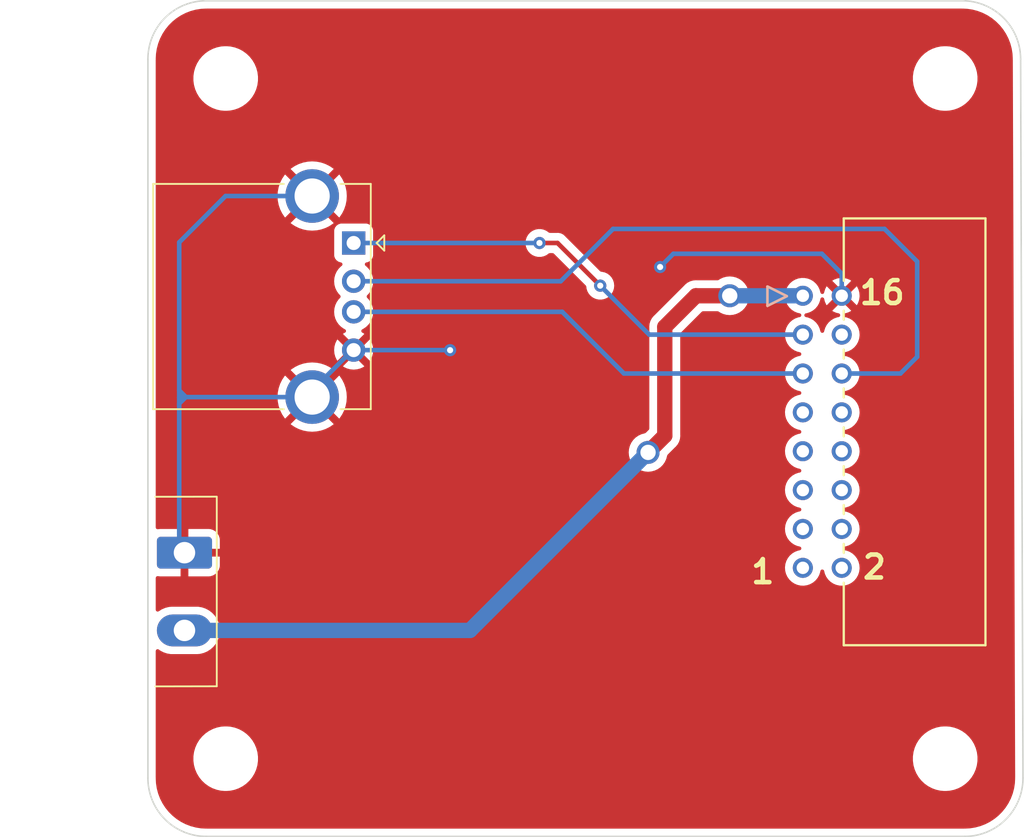
<source format=kicad_pcb>
(kicad_pcb (version 20211014) (generator pcbnew)
  (layers (0 "F.Cu" signal) (31 "B.Cu" signal) (34 "B.Paste" user) (35 "F.Paste" user) (36 "B.SilkS" user "B.Silkscreen") (37 "F.SilkS" user "F.Silkscreen") (38 "B.Mask" user) (39 "F.Mask" user) (44 "Edge.Cuts" user))
  (net 0 "")
  (net 12 "GND")
  (net 13 "+12V")
  (net 14 "/D-")
  (net 15 "/D+")
  (net 16 "+5V")
  (footprint "Connector_Phoenix_MSTB:PhoenixContact_MSTBA_2,5_2-G-5,08_1x02_P5.08mm_Horizontal" (layer "F.Cu") (at 137.0076 80.518 -90)
    (fp_text reference "J100" hide)
    (fp_text value "VCC_BORNERA")
    (fp_line (start 8.73 -2.11) (end -3.65 -2.11) (layer "F.SilkS") (width 0.12))
    (fp_line (start 8.73 -2.11) (end 8.7376 1.905) (layer "F.SilkS") (width 0.12))
    (fp_line (start -3.6614 -2.1091) (end -3.6538 1.9059) (layer "F.SilkS") (width 0.12))
    (pad "1" thru_hole roundrect (at 0 0 270) (size 2.08 3.6) (drill 1.4) (layers *.Cu *.Mask) (roundrect_rratio 0.120192) (net 12 "GND"))
    (pad "2" thru_hole oval (at 5.08 0 270) (size 2.08 3.6) (drill 1.4) (layers *.Cu *.Mask) (net 13 "+12V"))
  )
  (footprint "MountingHole:MountingHole_3.2mm_M3" (layer "F.Cu") (at 186.69 93.98)
    (fp_text reference "H100" hide)
    (fp_text value "MountingHole")
    (pad "" np_thru_hole circle (at 0 0) (size 3.2 3.2) (drill 3.2) (layers *.Cu *.Mask))
  )
  (footprint "Connector_USB:USB_A_CONNFLY_DS1095-WNR0" (layer "F.Cu") (at 148.0566 60.2794 -90)
    (fp_text reference "J101" hide)
    (fp_text value "USB")
    (fp_line (start -3.86 -1.12) (end 10.86 -1.12) (layer "F.SilkS") (width 0.12))
    (fp_line (start -3.86 13.1) (end 10.86 13.1) (layer "F.SilkS") (width 0.12))
    (fp_line (start -3.86 4.56) (end -3.86 13.1) (layer "F.SilkS") (width 0.12))
    (fp_line (start 10.86 4.56) (end 10.86 13.1) (layer "F.SilkS") (width 0.12))
    (fp_line (start 10.86 0.86) (end 10.86 -1.12) (layer "F.SilkS") (width 0.12))
    (fp_line (start -0.5 -2) (end 0 -1.5) (layer "F.SilkS") (width 0.12))
    (fp_line (start 0 -1.5) (end 0.5 -2) (layer "F.SilkS") (width 0.12))
    (fp_line (start -3.86 -1.12) (end -3.86 0.86) (layer "F.SilkS") (width 0.12))
    (fp_line (start 0.5 -2) (end -0.5 -2) (layer "F.SilkS") (width 0.12))
    (pad "1" thru_hole rect (at 0 0 270) (size 1.524 1.524) (drill 0.92) (layers *.Cu *.Mask) (net 16 "+5V"))
    (pad "2" thru_hole circle (at 2.5 0 270) (size 1.524 1.524) (drill 0.92) (layers *.Cu *.Mask) (net 14 "/D-"))
    (pad "3" thru_hole circle (at 4.5 0 270) (size 1.524 1.524) (drill 0.92) (layers *.Cu *.Mask) (net 15 "/D+"))
    (pad "4" thru_hole circle (at 7 0 270) (size 1.524 1.524) (drill 0.92) (layers *.Cu *.Mask) (net 12 "GND"))
    (pad "5" thru_hole circle (at -3.07 2.71 270) (size 3.5 3.5) (drill 2.3) (layers *.Cu *.Mask) (net 12 "GND"))
    (pad "5" thru_hole circle (at 10.07 2.71 270) (size 3.5 3.5) (drill 2.3) (layers *.Cu *.Mask) (net 12 "GND"))
  )
  (footprint "MountingHole:MountingHole_3.2mm_M3" (layer "F.Cu") (at 139.7 49.53)
    (fp_text reference "H103" hide)
    (fp_text value "MountingHole")
    (pad "" np_thru_hole circle (at 0 0) (size 3.2 3.2) (drill 3.2) (layers *.Cu *.Mask))
  )
  (footprint "MountingHole:MountingHole_3.2mm_M3" (layer "F.Cu") (at 186.69 49.53)
    (fp_text reference "H101" hide)
    (fp_text value "MountingHole")
    (pad "" np_thru_hole circle (at 0 0) (size 3.2 3.2) (drill 3.2) (layers *.Cu *.Mask))
  )
  (footprint "XG4C-1634:CONN_XG4C-1634_OMR" (layer "F.Cu") (at 177.3936 63.7286 90)
    (fp_text reference "J103" hide)
    (fp_text value "XG4C-1634")
    (fp_line (start -0.6604 -2.3114) (end 0.6096 -2.3114) (layer "B.SilkS") (width 0.1524))
    (fp_line (start -0.6604 -2.3114) (end -0.0254 -1.0414) (layer "B.SilkS") (width 0.1524))
    (fp_line (start 0.6096 -2.3114) (end -0.0254 -1.0414) (layer "B.SilkS") (width 0.1524))
    (fp_line (start 5.057 2.673) (end 0.977786 2.673) (layer "F.SilkS") (width 0.1524))
    (fp_line (start -0.6604 -2.3114) (end 0.6096 -2.3114) (layer "F.SilkS") (width 0.1524))
    (fp_line (start -11.137786 2.673) (end -11.722214 2.673) (layer "F.SilkS") (width 0.1524))
    (fp_line (start -0.977786 2.673) (end -1.562214 2.673) (layer "F.SilkS") (width 0.1524))
    (fp_line (start -22.837 2.673) (end -22.837 11.926999) (layer "F.SilkS") (width 0.1524))
    (fp_line (start -22.837 11.926999) (end 5.057 11.926999) (layer "F.SilkS") (width 0.1524))
    (fp_line (start -6.057786 2.673) (end -6.642214 2.673) (layer "F.SilkS") (width 0.1524))
    (fp_line (start -0.6604 -2.3114) (end -0.0254 -1.0414) (layer "F.SilkS") (width 0.1524))
    (fp_line (start 0.6096 -2.3114) (end -0.0254 -1.0414) (layer "F.SilkS") (width 0.1524))
    (fp_line (start -13.677786 2.673) (end -14.262214 2.673) (layer "F.SilkS") (width 0.1524))
    (fp_line (start -3.517786 2.673) (end -4.102214 2.673) (layer "F.SilkS") (width 0.1524))
    (fp_line (start 5.057 11.926999) (end 5.057 2.673) (layer "F.SilkS") (width 0.1524))
    (fp_line (start -8.597786 2.673) (end -9.182214 2.673) (layer "F.SilkS") (width 0.1524))
    (fp_line (start -18.757786 2.673) (end -22.837 2.673) (layer "F.SilkS") (width 0.1524))
    (fp_line (start -16.217786 2.673) (end -16.802214 2.673) (layer "F.SilkS") (width 0.1524))
    (pad "1" thru_hole circle (at 0 0 90) (size 1.3081 1.3081) (drill 0.8128) (layers *.Cu *.Mask) (net 13 "+12V"))
    (pad "2" thru_hole circle (at 0 2.54 90) (size 1.3081 1.3081) (drill 0.8128) (layers *.Cu *.Mask) (net 12 "GND"))
    (pad "3" thru_hole circle (at -2.54 0 90) (size 1.3081 1.3081) (drill 0.8128) (layers *.Cu *.Mask) (net 16 "+5V"))
    (pad "4" thru_hole circle (at -2.54 2.54 90) (size 1.3081 1.3081) (drill 0.8128) (layers *.Cu *.Mask))
    (pad "5" thru_hole circle (at -5.08 0 90) (size 1.3081 1.3081) (drill 0.8128) (layers *.Cu *.Mask) (net 15 "/D+"))
    (pad "6" thru_hole circle (at -5.08 2.54 90) (size 1.3081 1.3081) (drill 0.8128) (layers *.Cu *.Mask) (net 14 "/D-"))
    (pad "7" thru_hole circle (at -7.62 0 90) (size 1.3081 1.3081) (drill 0.8128) (layers *.Cu *.Mask))
    (pad "8" thru_hole circle (at -7.62 2.54 90) (size 1.3081 1.3081) (drill 0.8128) (layers *.Cu *.Mask))
    (pad "9" thru_hole circle (at -10.16 0 90) (size 1.3081 1.3081) (drill 0.8128) (layers *.Cu *.Mask))
    (pad "10" thru_hole circle (at -10.16 2.54 90) (size 1.3081 1.3081) (drill 0.8128) (layers *.Cu *.Mask))
    (pad "11" thru_hole circle (at -12.7 0 90) (size 1.3081 1.3081) (drill 0.8128) (layers *.Cu *.Mask))
    (pad "12" thru_hole circle (at -12.7 2.54 90) (size 1.3081 1.3081) (drill 0.8128) (layers *.Cu *.Mask))
    (pad "13" thru_hole circle (at -15.24 0 90) (size 1.3081 1.3081) (drill 0.8128) (layers *.Cu *.Mask))
    (pad "14" thru_hole circle (at -15.24 2.54 90) (size 1.3081 1.3081) (drill 0.8128) (layers *.Cu *.Mask))
    (pad "15" thru_hole circle (at -17.78 0 90) (size 1.3081 1.3081) (drill 0.8128) (layers *.Cu *.Mask))
    (pad "16" thru_hole circle (at -17.78 2.54 90) (size 1.3081 1.3081) (drill 0.8128) (layers *.Cu *.Mask))
  )
  (footprint "MountingHole:MountingHole_3.2mm_M3" (layer "F.Cu") (at 139.7 93.98)
    (fp_text reference "H102" hide)
    (fp_text value "MountingHole")
    (pad "" np_thru_hole circle (at 0 0) (size 3.2 3.2) (drill 3.2) (layers *.Cu *.Mask))
  )
  (gr_arc (start 138.430001 99.059999) (mid 135.735924 97.944076) (end 134.620001 95.249999) (layer "Edge.Cuts") (width 0.1))
  (gr_line (start 134.620001 95.249999) (end 134.620001 48.260001) (layer "Edge.Cuts") (width 0.1))
  (gr_line (start 138.430001 99.059999) (end 187.96 99.06) (layer "Edge.Cuts") (width 0.1))
  (gr_arc (start 191.77 95.25) (mid 190.654077 97.944077) (end 187.96 99.06) (layer "Edge.Cuts") (width 0.1))
  (gr_arc (start 134.620001 48.260001) (mid 135.735924 45.565924) (end 138.430001 44.450001) (layer "Edge.Cuts") (width 0.1))
  (gr_line (start 138.430001 44.450001) (end 187.805923 44.450001) (layer "Edge.Cuts") (width 0.1))
  (gr_arc (start 187.805923 44.450001) (mid 190.5 45.565924) (end 191.615923 48.260001) (layer "Edge.Cuts") (width 0.1))
  (gr_line (start 191.615923 48.260001) (end 191.77 95.25) (layer "Edge.Cuts") (width 0.1))
  (gr_text "1" (at 174.7774 81.7626) (layer "F.SilkS") (effects (font (size 1.5 1.5) (thickness 0.3))))
  (gr_text "16" (at 182.5752 63.5254) (layer "F.SilkS") (effects (font (size 1.5 1.5) (thickness 0.3))))
  (gr_text "2" (at 182.0672 81.4578) (layer "F.SilkS") (effects (font (size 1.5 1.5) (thickness 0.3))))
  (segment (start 168.0718 61.849) (end 162.6362 67.2846) (width 0.3) (layer "F.Cu") (net 12))
  (segment (start 162.6362 67.2846) (end 154.3558 67.2846) (width 0.3) (layer "F.Cu") (net 12))
  (via (at 154.3558 67.2846) (size 0.8) (drill 0.4) (layers "F.Cu" "B.Cu") (net 12))
  (via (at 168.0718 61.849) (size 0.8) (drill 0.4) (layers "F.Cu" "B.Cu") (net 12))
  (segment (start 137.0924 70.3494) (end 137.0924 70.3422) (width 0.3) (layer "B.Cu") (net 12))
  (segment (start 136.6642 60.2366) (end 139.6914 57.2094) (width 0.3) (layer "B.Cu") (net 12))
  (segment (start 137.0924 70.3494) (end 136.686 70.3494) (width 0.3) (layer "B.Cu") (net 12))
  (segment (start 145.3466 69.9184) (end 145.3466 70.3494) (width 0.3) (layer "B.Cu") (net 12))
  (segment (start 179.9336 62.2808) (end 178.6382 60.9854) (width 0.3) (layer "B.Cu") (net 12))
  (segment (start 147.9856 67.2794) (end 145.3466 69.9184) (width 0.3) (layer "B.Cu") (net 12))
  (segment (start 154.3506 67.2794) (end 148.0566 67.2794) (width 0.3) (layer "B.Cu") (net 12))
  (segment (start 136.6642 70.3712) (end 136.6642 69.914) (width 0.3) (layer "B.Cu") (net 12))
  (segment (start 137.0924 70.3422) (end 136.6642 69.914) (width 0.3) (layer "B.Cu") (net 12))
  (segment (start 139.6914 57.2094) (end 145.3466 57.2094) (width 0.3) (layer "B.Cu") (net 12))
  (segment (start 148.0566 67.2794) (end 147.9856 67.2794) (width 0.3) (layer "B.Cu") (net 12))
  (segment (start 136.6642 69.914) (end 136.6642 60.2366) (width 0.3) (layer "B.Cu") (net 12))
  (segment (start 137.0924 70.3494) (end 136.6642 70.7776) (width 0.3) (layer "B.Cu") (net 12))
  (segment (start 136.686 70.3494) (end 136.6642 70.3712) (width 0.3) (layer "B.Cu") (net 12))
  (segment (start 154.3558 67.2846) (end 154.3506 67.2794) (width 0.3) (layer "B.Cu") (net 12))
  (segment (start 136.6642 70.7776) (end 136.6642 70.9036) (width 0.3) (layer "B.Cu") (net 12))
  (segment (start 136.6642 80.1746) (end 136.6642 70.9036) (width 0.3) (layer "B.Cu") (net 12))
  (segment (start 136.6642 70.9036) (end 136.6642 70.3712) (width 0.3) (layer "B.Cu") (net 12))
  (segment (start 168.9354 60.9854) (end 168.0718 61.849) (width 0.3) (layer "B.Cu") (net 12))
  (segment (start 145.3466 70.3494) (end 137.0924 70.3494) (width 0.3) (layer "B.Cu") (net 12))
  (segment (start 178.6382 60.9854) (end 168.9354 60.9854) (width 0.3) (layer "B.Cu") (net 12))
  (segment (start 179.9336 63.7286) (end 179.9336 62.2808) (width 0.3) (layer "B.Cu") (net 12))
  (segment (start 137.0076 80.518) (end 136.6642 80.1746) (width 0.3) (layer "B.Cu") (net 12))
  (segment (start 170.4086 63.7286) (end 168.3766 65.7606) (width 1) (layer "F.Cu") (net 13))
  (segment (start 168.3766 65.7606) (end 168.3766 72.8726) (width 1) (layer "F.Cu") (net 13))
  (segment (start 168.3766 72.8726) (end 167.2844 73.9648) (width 1) (layer "F.Cu") (net 13))
  (segment (start 172.6184 63.7286) (end 170.4086 63.7286) (width 1) (layer "F.Cu") (net 13))
  (via (at 167.2844 73.9648) (size 1.5) (drill 1) (layers "F.Cu" "B.Cu") (net 13))
  (via (at 172.6184 63.7286) (size 1.5) (drill 1) (layers "F.Cu" "B.Cu") (net 13))
  (segment (start 172.6184 63.7286) (end 177.3936 63.7286) (width 1) (layer "B.Cu") (net 13))
  (segment (start 155.6512 85.598) (end 167.2844 73.9648) (width 1) (layer "B.Cu") (net 13))
  (segment (start 137.0076 85.598) (end 155.6512 85.598) (width 1) (layer "B.Cu") (net 13))
  (segment (start 148.0566 62.7794) (end 161.5788 62.7794) (width 0.3) (layer "B.Cu") (net 14))
  (segment (start 184.8612 67.7164) (end 183.769 68.8086) (width 0.3) (layer "B.Cu") (net 14))
  (segment (start 184.8612 61.4934) (end 184.8612 67.7164) (width 0.3) (layer "B.Cu") (net 14))
  (segment (start 182.7276 59.3598) (end 184.8612 61.4934) (width 0.3) (layer "B.Cu") (net 14))
  (segment (start 164.9984 59.3598) (end 182.7276 59.3598) (width 0.3) (layer "B.Cu") (net 14))
  (segment (start 183.769 68.8086) (end 179.9336 68.8086) (width 0.3) (layer "B.Cu") (net 14))
  (segment (start 161.5788 62.7794) (end 164.9984 59.3598) (width 0.3) (layer "B.Cu") (net 14))
  (segment (start 148.0566 64.7794) (end 161.6804 64.7794) (width 0.3) (layer "B.Cu") (net 15))
  (segment (start 165.7096 68.8086) (end 177.3936 68.8086) (width 0.3) (layer "B.Cu") (net 15))
  (segment (start 161.6804 64.7794) (end 165.7096 68.8086) (width 0.3) (layer "B.Cu") (net 15))
  (segment (start 161.3714 60.2794) (end 164.1602 63.0682) (width 0.3) (layer "F.Cu") (net 16))
  (segment (start 160.1926 60.2794) (end 161.3714 60.2794) (width 0.3) (layer "F.Cu") (net 16))
  (via (at 164.1602 63.0682) (size 0.8) (drill 0.4) (layers "F.Cu" "B.Cu") (net 16))
  (via (at 160.1926 60.2794) (size 0.8) (drill 0.4) (layers "F.Cu" "B.Cu") (net 16))
  (segment (start 167.3606 66.2686) (end 164.1602 63.0682) (width 0.3) (layer "B.Cu") (net 16))
  (segment (start 177.3936 66.2686) (end 167.3606 66.2686) (width 0.3) (layer "B.Cu") (net 16))
  (segment (start 160.1926 60.2794) (end 148.0566 60.2794) (width 0.3) (layer "B.Cu") (net 16))
  (zone (net 12) (net_name "GND") (layer "F.Cu") (connect_pads (clearance 0.508)) (min_thickness 0.254) (fill yes (thermal_gap 0.508) (thermal_bridge_width 0.508))
    (polygon (pts (xy 191.77 99.06) (xy 134.62 99.06) (xy 134.62 44.45) (xy 191.77 44.45)))
  )
)
</source>
